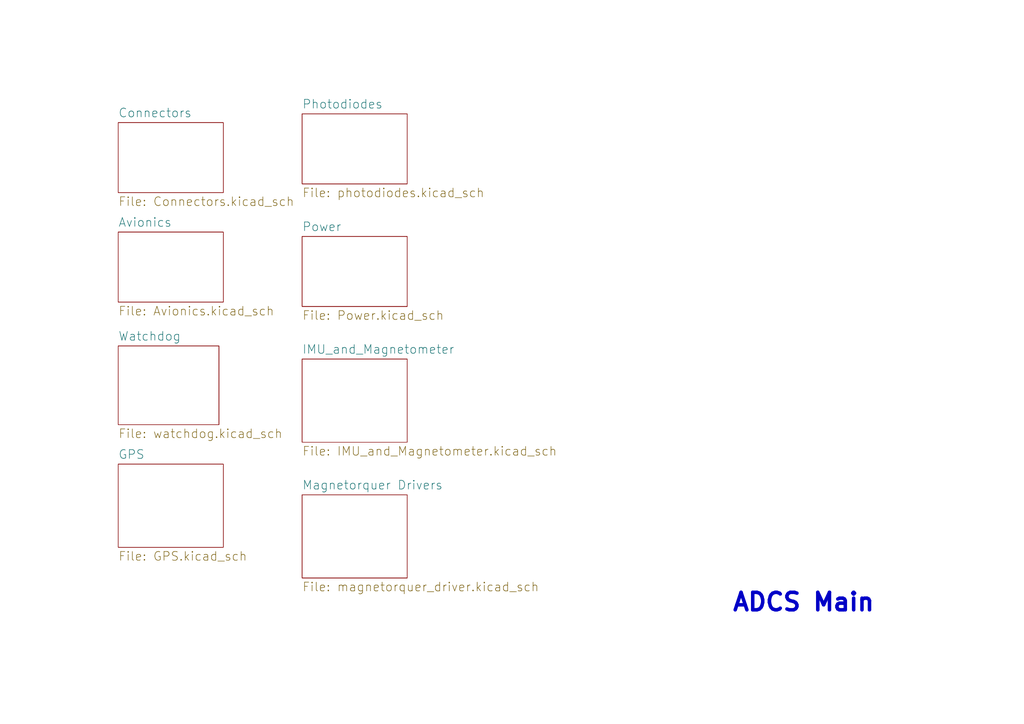
<source format=kicad_sch>
(kicad_sch
	(version 20250114)
	(generator "eeschema")
	(generator_version "9.0")
	(uuid "db20b18b-d25a-428e-8229-70a189e1de75")
	(paper "A4")
	(title_block
		(title "ADCS Main Board")
		(date "2025-05-21")
		(rev "1.4")
		(company "Stanford Student Space Initiative")
		(comment 1 "Sage Wu")
	)
	(lib_symbols)
	(text "ADCS Main"
		(exclude_from_sim no)
		(at 212.09 177.8 0)
		(effects
			(font
				(size 5.08 5.08)
				(thickness 1.016)
				(bold yes)
			)
			(justify left bottom)
		)
		(uuid "7b5099dd-420b-44c2-b627-49f3bf6e2c57")
	)
	(sheet
		(at 34.29 67.31)
		(size 30.48 20.32)
		(exclude_from_sim no)
		(in_bom yes)
		(on_board yes)
		(dnp no)
		(fields_autoplaced yes)
		(stroke
			(width 0)
			(type solid)
		)
		(fill
			(color 0 0 0 0.0000)
		)
		(uuid "00000000-0000-0000-0000-00005cec5a72")
		(property "Sheetname" "Avionics"
			(at 34.29 65.9634 0)
			(effects
				(font
					(size 2.54 2.54)
				)
				(justify left bottom)
			)
		)
		(property "Sheetfile" "Avionics.kicad_sch"
			(at 34.29 88.7226 0)
			(effects
				(font
					(size 2.54 2.54)
				)
				(justify left top)
			)
		)
		(instances
			(project "ADCS_board"
				(path "/db20b18b-d25a-428e-8229-70a189e1de75"
					(page "2")
				)
			)
		)
	)
	(sheet
		(at 87.63 68.58)
		(size 30.48 20.32)
		(exclude_from_sim no)
		(in_bom yes)
		(on_board yes)
		(dnp no)
		(fields_autoplaced yes)
		(stroke
			(width 0)
			(type solid)
		)
		(fill
			(color 0 0 0 0.0000)
		)
		(uuid "00000000-0000-0000-0000-00005cec5dde")
		(property "Sheetname" "Power"
			(at 87.63 67.2334 0)
			(effects
				(font
					(size 2.54 2.54)
				)
				(justify left bottom)
			)
		)
		(property "Sheetfile" "Power.kicad_sch"
			(at 87.63 89.9926 0)
			(effects
				(font
					(size 2.54 2.54)
				)
				(justify left top)
			)
		)
		(instances
			(project "ADCS_board"
				(path "/db20b18b-d25a-428e-8229-70a189e1de75"
					(page "5")
				)
			)
		)
	)
	(sheet
		(at 34.29 35.56)
		(size 30.48 20.32)
		(exclude_from_sim no)
		(in_bom yes)
		(on_board yes)
		(dnp no)
		(fields_autoplaced yes)
		(stroke
			(width 0)
			(type solid)
		)
		(fill
			(color 0 0 0 0.0000)
		)
		(uuid "00000000-0000-0000-0000-00005cec60eb")
		(property "Sheetname" "Connectors"
			(at 34.29 34.2134 0)
			(effects
				(font
					(size 2.54 2.54)
				)
				(justify left bottom)
			)
		)
		(property "Sheetfile" "Connectors.kicad_sch"
			(at 34.29 56.9726 0)
			(effects
				(font
					(size 2.54 2.54)
				)
				(justify left top)
			)
		)
		(instances
			(project "ADCS_board"
				(path "/db20b18b-d25a-428e-8229-70a189e1de75"
					(page "4")
				)
			)
		)
	)
	(sheet
		(at 34.29 134.62)
		(size 30.48 24.13)
		(exclude_from_sim no)
		(in_bom yes)
		(on_board yes)
		(dnp no)
		(fields_autoplaced yes)
		(stroke
			(width 0.1524)
			(type solid)
		)
		(fill
			(color 0 0 0 0.0000)
		)
		(uuid "0d8bb02c-6fa5-44fe-b4b4-1cd93a80e6f4")
		(property "Sheetname" "GPS"
			(at 34.29 133.2734 0)
			(effects
				(font
					(size 2.54 2.54)
				)
				(justify left bottom)
			)
		)
		(property "Sheetfile" "GPS.kicad_sch"
			(at 34.29 159.8426 0)
			(effects
				(font
					(size 2.54 2.54)
				)
				(justify left top)
			)
		)
		(instances
			(project "ADCS_board"
				(path "/db20b18b-d25a-428e-8229-70a189e1de75"
					(page "11")
				)
			)
		)
	)
	(sheet
		(at 87.63 33.02)
		(size 30.48 20.32)
		(exclude_from_sim no)
		(in_bom yes)
		(on_board yes)
		(dnp no)
		(fields_autoplaced yes)
		(stroke
			(width 0.1524)
			(type solid)
		)
		(fill
			(color 0 0 0 0.0000)
		)
		(uuid "67b17ff2-5f27-4a28-98e8-ddccf930f803")
		(property "Sheetname" "Photodiodes"
			(at 87.63 31.6734 0)
			(effects
				(font
					(size 2.54 2.54)
				)
				(justify left bottom)
			)
		)
		(property "Sheetfile" "photodiodes.kicad_sch"
			(at 87.63 54.4326 0)
			(effects
				(font
					(size 2.54 2.54)
				)
				(justify left top)
			)
		)
		(instances
			(project "ADCS_board"
				(path "/db20b18b-d25a-428e-8229-70a189e1de75"
					(page "12")
				)
			)
		)
	)
	(sheet
		(at 34.29 100.33)
		(size 29.21 22.86)
		(exclude_from_sim no)
		(in_bom yes)
		(on_board yes)
		(dnp no)
		(fields_autoplaced yes)
		(stroke
			(width 0.1524)
			(type solid)
		)
		(fill
			(color 0 0 0 0.0000)
		)
		(uuid "a393ea4a-5f4e-4c0f-917f-6d28e91dd546")
		(property "Sheetname" "Watchdog"
			(at 34.29 98.9834 0)
			(effects
				(font
					(size 2.54 2.54)
				)
				(justify left bottom)
			)
		)
		(property "Sheetfile" "watchdog.kicad_sch"
			(at 34.29 124.2826 0)
			(effects
				(font
					(size 2.54 2.54)
				)
				(justify left top)
			)
		)
		(instances
			(project "ADCS_board"
				(path "/db20b18b-d25a-428e-8229-70a189e1de75"
					(page "7")
				)
			)
		)
	)
	(sheet
		(at 87.63 104.14)
		(size 30.48 24.13)
		(exclude_from_sim no)
		(in_bom yes)
		(on_board yes)
		(dnp no)
		(fields_autoplaced yes)
		(stroke
			(width 0.1524)
			(type solid)
		)
		(fill
			(color 0 0 0 0.0000)
		)
		(uuid "a3d832b6-a1cc-4410-a8d7-1698d429804f")
		(property "Sheetname" "IMU_and_Magnetometer"
			(at 87.63 102.7934 0)
			(effects
				(font
					(size 2.54 2.54)
				)
				(justify left bottom)
			)
		)
		(property "Sheetfile" "IMU_and_Magnetometer.kicad_sch"
			(at 87.63 129.3626 0)
			(effects
				(font
					(size 2.54 2.54)
				)
				(justify left top)
			)
		)
		(instances
			(project "ADCS_board"
				(path "/db20b18b-d25a-428e-8229-70a189e1de75"
					(page "10")
				)
			)
		)
	)
	(sheet
		(at 87.63 143.51)
		(size 30.48 24.13)
		(exclude_from_sim no)
		(in_bom yes)
		(on_board yes)
		(dnp no)
		(fields_autoplaced yes)
		(stroke
			(width 0.1524)
			(type solid)
		)
		(fill
			(color 0 0 0 0.0000)
		)
		(uuid "bf054148-62e0-4cf7-809c-5cbf4e6f48f2")
		(property "Sheetname" "Magnetorquer Drivers"
			(at 87.63 142.1634 0)
			(effects
				(font
					(size 2.54 2.54)
				)
				(justify left bottom)
			)
		)
		(property "Sheetfile" "magnetorquer_driver.kicad_sch"
			(at 87.63 168.7326 0)
			(effects
				(font
					(size 2.54 2.54)
				)
				(justify left top)
			)
		)
		(instances
			(project "ADCS_board"
				(path "/db20b18b-d25a-428e-8229-70a189e1de75"
					(page "15")
				)
			)
		)
	)
	(sheet_instances
		(path "/"
			(page "1")
		)
	)
	(embedded_fonts no)
)

</source>
